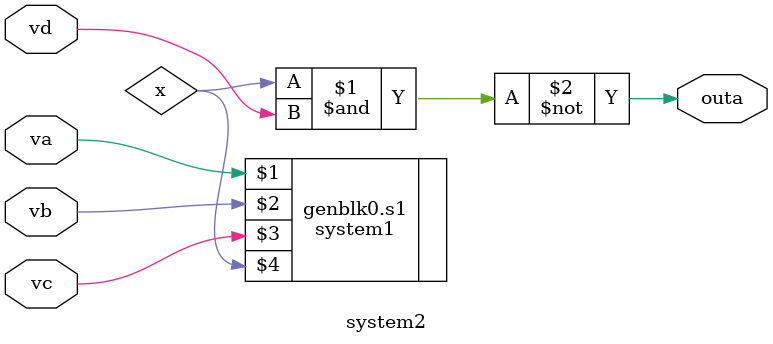
<source format=v>
`timescale 1ns / 1ps
module system2(va,vb,vc,vd,outa);
input va,vb,vc,vd;
output outa;
wire x;
begin
system1 s1(va,vb,vc,x);
nand(outa,x,vd);
end


endmodule

</source>
